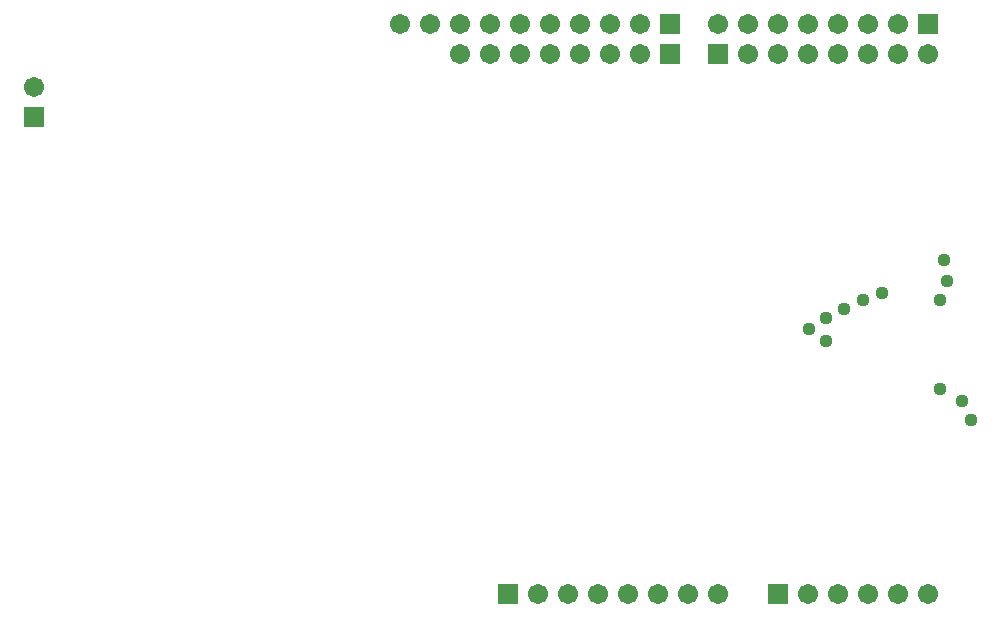
<source format=gbs>
G04*
G04 #@! TF.GenerationSoftware,Altium Limited,Altium Designer,20.1.12 (249)*
G04*
G04 Layer_Color=16711935*
%FSLAX25Y25*%
%MOIN*%
G70*
G04*
G04 #@! TF.SameCoordinates,4F675399-67DD-4CB6-B460-1E4A0243881F*
G04*
G04*
G04 #@! TF.FilePolarity,Negative*
G04*
G01*
G75*
%ADD16R,0.06706X0.06706*%
%ADD17C,0.06706*%
%ADD18R,0.06706X0.06706*%
%ADD19C,0.04400*%
D16*
X515000Y409500D02*
D03*
X531000Y399500D02*
D03*
X601000Y409500D02*
D03*
X461000Y219500D02*
D03*
X551000D02*
D03*
X515000Y399500D02*
D03*
D17*
X505000Y409500D02*
D03*
X485000D02*
D03*
X475000D02*
D03*
X465000D02*
D03*
X455000D02*
D03*
X445000D02*
D03*
X435000D02*
D03*
X425000D02*
D03*
X495000D02*
D03*
X541000Y399500D02*
D03*
X551000D02*
D03*
X561000D02*
D03*
X571000D02*
D03*
X581000D02*
D03*
X591000D02*
D03*
X601000D02*
D03*
X531000Y409500D02*
D03*
X541000D02*
D03*
X551000D02*
D03*
X561000D02*
D03*
X571000D02*
D03*
X581000D02*
D03*
X591000D02*
D03*
X531000Y219500D02*
D03*
X521000D02*
D03*
X511000D02*
D03*
X501000D02*
D03*
X491000D02*
D03*
X481000D02*
D03*
X471000D02*
D03*
X601000D02*
D03*
X591000D02*
D03*
X581000D02*
D03*
X571000D02*
D03*
X561000D02*
D03*
X505000Y399500D02*
D03*
X495000D02*
D03*
X485000D02*
D03*
X475000D02*
D03*
X465000D02*
D03*
X455000D02*
D03*
X445000D02*
D03*
X303000Y388500D02*
D03*
D18*
Y378500D02*
D03*
D19*
X615500Y277500D02*
D03*
X612500Y284015D02*
D03*
X605000Y288000D02*
D03*
X561500Y308000D02*
D03*
X579490Y317500D02*
D03*
X606500Y331000D02*
D03*
X573000Y314500D02*
D03*
X605030Y317500D02*
D03*
X607500Y324000D02*
D03*
X567000Y311500D02*
D03*
X585625Y320000D02*
D03*
X567000Y304000D02*
D03*
M02*

</source>
